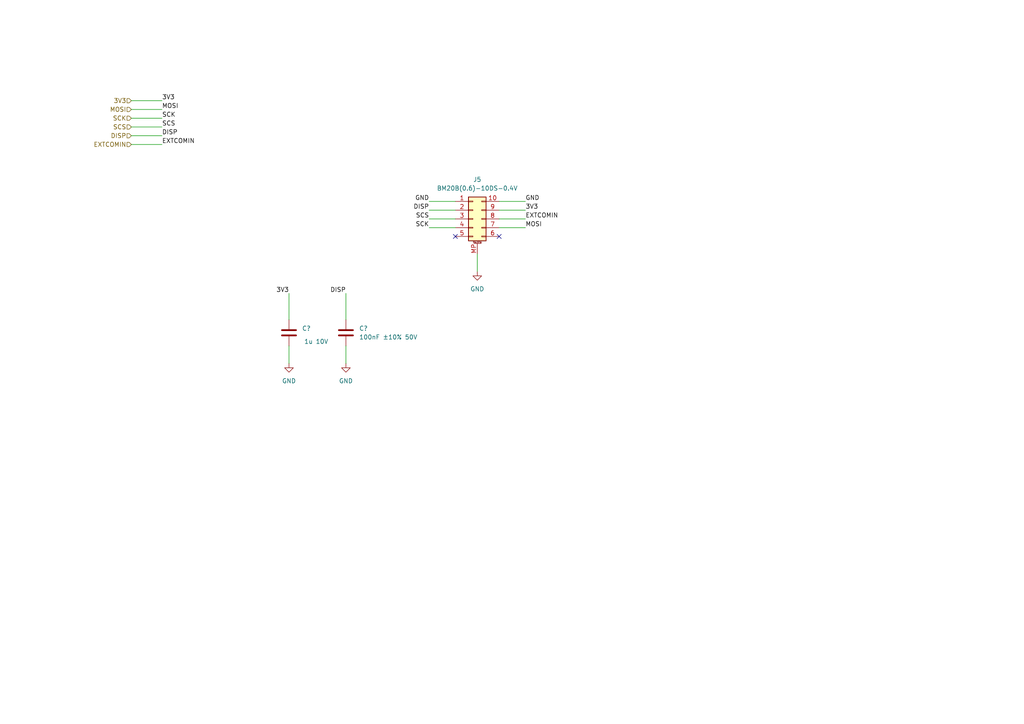
<source format=kicad_sch>
(kicad_sch (version 20230121) (generator eeschema)
  (paper "A4")
  (title_block (title "KiCad 2023 Asia Badge") (date "2023-10-07") (rev "2") (company "Beijing Exponential Deep Space") (comment 1 "Designed by Yang Hongbo"))
  (lib_symbols
    (symbol "Connector_Generic_MountingPin:Conn_02x05_Counter_Clockwise_MountingPin" (pin_names (offset 1.016) hide)
      (property "Reference" "J" (at 1.27 7.62 0))
      (property "Value" "Conn_02x05_Counter_Clockwise_MountingPin" (at 2.54 -7.62 0))
      (symbol "Conn_02x05_Counter_Clockwise_MountingPin_1_1"
        (rectangle (start -1.27 -4.953) (end 0 -5.207) (stroke (width 0.1524)))
        (rectangle (start -1.27 -2.413) (end 0 -2.667) (stroke (width 0.1524)))
        (rectangle (start -1.27 0.127) (end 0 -0.127) (stroke (width 0.1524)))
        (rectangle (start -1.27 2.667) (end 0 2.413) (stroke (width 0.1524)))
        (rectangle (start -1.27 5.207) (end 0 4.953) (stroke (width 0.1524)))
        (rectangle (start -1.27 6.35) (end 3.81 -6.35) (stroke (width 0.254)) (fill (type background)))
        (polyline (pts (xy 0.254 -7.112) (xy 2.286 -7.112)) (stroke (width 0.1524)))
        (rectangle (start 3.81 -4.953) (end 2.54 -5.207) (stroke (width 0.1524)))
        (rectangle (start 3.81 -2.413) (end 2.54 -2.667) (stroke (width 0.1524)))
        (rectangle (start 3.81 0.127) (end 2.54 -0.127) (stroke (width 0.1524)))
        (rectangle (start 3.81 2.667) (end 2.54 2.413) (stroke (width 0.1524)))
        (rectangle (start 3.81 5.207) (end 2.54 4.953) (stroke (width 0.1524)))
        (text "Mounting" (at 1.27 -6.731 0) (effects (font (size 0.381 0.381))))
        (pin passive line (at -5.08 5.08 0) (length 3.81) (name "Pin_1") (number "1"))
        (pin passive line (at 7.62 5.08 180) (length 3.81) (name "Pin_10") (number "10"))
        (pin passive line (at -5.08 2.54 0) (length 3.81) (name "Pin_2") (number "2"))
        (pin passive line (at -5.08 0 0) (length 3.81) (name "Pin_3") (number "3"))
        (pin passive line (at -5.08 -2.54 0) (length 3.81) (name "Pin_4") (number "4"))
        (pin passive line (at -5.08 -5.08 0) (length 3.81) (name "Pin_5") (number "5"))
        (pin passive line (at 7.62 -5.08 180) (length 3.81) (name "Pin_6") (number "6"))
        (pin passive line (at 7.62 -2.54 180) (length 3.81) (name "Pin_7") (number "7"))
        (pin passive line (at 7.62 0 180) (length 3.81) (name "Pin_8") (number "8"))
        (pin passive line (at 7.62 2.54 180) (length 3.81) (name "Pin_9") (number "9"))
        (pin passive line (at 1.27 -10.16 90) (length 3.048) (name "MountPin") (number "MP"))
      )
    )
    (symbol "Device:C" (pin_numbers hide) (pin_names (offset 0.254))
      (property "Reference" "C" (at 0.635 2.54 0))
      (property "Value" "C" (at 0.635 -2.54 0))
      (symbol "C_0_1"
        (polyline (pts (xy -2.032 -0.762) (xy 2.032 -0.762)) (stroke (width 0.508)))
        (polyline (pts (xy -2.032 0.762) (xy 2.032 0.762)) (stroke (width 0.508)))
      )
      (symbol "C_1_1"
        (pin passive line (at 0 3.81 270) (length 2.794) (name "~") (number "1"))
        (pin passive line (at 0 -3.81 90) (length 2.794) (name "~") (number "2"))
      )
    )
    (symbol "power:GND" (power) (pin_names (offset 0))
      (property "Value" "GND" (at 0 -3.81 0))
      (symbol "GND_0_1"
        (polyline (pts (xy 0 0) (xy 0 -1.27) (xy 1.27 -1.27) (xy 0 -2.54) (xy -1.27 -1.27) (xy 0 -1.27)))
      )
      (symbol "GND_1_1"
        (pin power_in line (at 0 0 270) (length 0) hide (name "GND") (number "1"))
      )
    )
  )
  (no_connect (at 132.08 68.58))
  (no_connect (at 144.78 68.58))
  (wire (pts (xy 38.1 39.37) (xy 46.99 39.37)))
  (wire (pts (xy 124.46 63.5) (xy 132.08 63.5)))
  (wire (pts (xy 38.1 34.29) (xy 46.99 34.29)))
  (wire (pts (xy 100.33 100.33) (xy 100.33 105.41)))
  (wire (pts (xy 124.46 58.42) (xy 132.08 58.42)))
  (wire (pts (xy 144.78 58.42) (xy 152.4 58.42)))
  (wire (pts (xy 124.46 60.96) (xy 132.08 60.96)))
  (wire (pts (xy 144.78 60.96) (xy 152.4 60.96)))
  (wire (pts (xy 144.78 66.04) (xy 152.4 66.04)))
  (wire (pts (xy 38.1 36.83) (xy 46.99 36.83)))
  (wire (pts (xy 83.82 100.33) (xy 83.82 105.41)))
  (wire (pts (xy 38.1 41.91) (xy 46.99 41.91)))
  (wire (pts (xy 138.43 73.66) (xy 138.43 78.74)))
  (wire (pts (xy 38.1 31.75) (xy 46.99 31.75)))
  (wire (pts (xy 38.1 29.21) (xy 46.99 29.21)))
  (wire (pts (xy 100.33 85.09) (xy 100.33 92.71)))
  (wire (pts (xy 83.82 85.09) (xy 83.82 92.71)))
  (wire (pts (xy 144.78 63.5) (xy 152.4 63.5)))
  (wire (pts (xy 124.46 66.04) (xy 132.08 66.04)))
  (label "SCS" (at 124.46 63.5 180))
  (label "DISP" (at 46.99 39.37 0))
  (label "GND" (at 124.46 58.42 180))
  (label "3V3" (at 46.99 29.21 0))
  (label "EXTCOMIN" (at 152.4 63.5 0))
  (label "SCK" (at 46.99 34.29 0))
  (label "DISP" (at 100.33 85.09 180))
  (label "MOSI" (at 46.99 31.75 0))
  (label "GND" (at 152.4 58.42 0))
  (label "SCS" (at 46.99 36.83 0))
  (label "3V3" (at 83.82 85.09 180))
  (label "EXTCOMIN" (at 46.99 41.91 0))
  (label "DISP" (at 124.46 60.96 180))
  (label "SCK" (at 124.46 66.04 180))
  (label "MOSI" (at 152.4 66.04 0))
  (label "3V3" (at 152.4 60.96 0))
  (hierarchical_label "SCS" (shape input) (at 38.1 36.83 180))
  (hierarchical_label "DISP" (shape input) (at 38.1 39.37 180))
  (hierarchical_label "SCK" (shape input) (at 38.1 34.29 180))
  (hierarchical_label "EXTCOMIN" (shape input) (at 38.1 41.91 180))
  (hierarchical_label "3V3" (shape input) (at 38.1 29.21 180))
  (hierarchical_label "MOSI" (shape input) (at 38.1 31.75 180))
  (symbol (lib_id "power:GND") (at 83.82 105.41 0) (unit 1)
    (property "Reference" "#PWR0303" (effects hide))
    (property "Value" "GND" (at 83.82 110.49 0))
    (instances (project "DisplayConverterTesterBoard" (path "" (reference "#PWR0303") (unit 1))) (project "KiConSZ2023" (path "" (reference "#PWR018") (unit 1))))
  )
  (symbol (lib_id "power:GND") (at 138.43 78.74 0) (unit 1)
    (property "Reference" "#PWR0301" (effects hide))
    (property "Value" "GND" (at 138.43 83.82 0))
    (instances (project "DisplayConverterTesterBoard" (path "" (reference "#PWR0301") (unit 1))) (project "KiConSZ2023" (path "" (reference "#PWR020") (unit 1))))
  )
  (symbol (lib_id "Device:C") (at 100.33 96.52 0) (unit 1)
    (property "Reference" "C?" (at 104.14 95.25 0) (effects (justify left)))
    (property "Value" "100nF ±10% 50V" (at 104.14 97.79 0) (effects (justify left)))
    (property "Footprint" "Capacitor_SMD:C_0805_2012Metric_Pad1.18x1.45mm_HandSolder" (effects hide))
    (property "Description" "容值: 100nF 精度: ±5% 额定电压: 100V 材质(温度系数): X7R " (effects hide))
    (property "LCSC" "C49678" (effects hide))
    (property "Vendor" "YAGEO(国巨)" (effects hide))
    (property "Vendor Model" "CC0805KRX7R9BB104" (effects hide))
    (instances (project "DisplayConverterTesterBoard" (path "" (reference "C?") (unit 1)) (path "" (reference "C9") (unit 1))) (project "KiConSZ2023" (path "" (reference "C17") (unit 1))))
  )
  (symbol (lib_id "Device:C") (at 83.82 96.52 0) (mirror y) (unit 1)
    (property "Reference" "C?" (at 90.17 95.25 0) (effects (justify left)))
    (property "Value" "1u 10V" (at 95.25 99.06 0) (effects (justify left)))
    (property "Footprint" "Resistor_SMD:R_0805_2012Metric_Pad1.20x1.40mm_HandSolder" (effects hide))
    (property "Description" "容值: 1uF 精度: ±10% 额定电压: 50V 材质(温度系数): X7R 材质:X7R" (effects hide))
    (property "LCSC" "C28323" (effects hide))
    (property "Vendor" "SAMSUNG(三星)" (effects hide))
    (property "Vendor Model" "CL21B105KBFNNNE" (effects hide))
    (instances (project "DisplayConverterTesterBoard" (path "" (reference "C?") (unit 1)) (path "" (reference "C8") (unit 1))) (project "KiConSZ2023" (path "" (reference "C16") (unit 1))))
  )
  (symbol (lib_id "Connector_Generic_MountingPin:Conn_02x05_Counter_Clockwise_MountingPin") (at 137.16 63.5 0) (unit 1)
    (property "Reference" "J5" (at 138.43 52.07 0))
    (property "Value" "BM20B(0.6)-10DS-0.4V" (at 138.43 54.61 0))
    (property "Footprint" "IotPi_Connector_Hirose:BM20B(x)-10DS-0.4V" (effects hide))
    (property "Datasheet" "https://www.hirose.com/en/product/document?clcode=CL0684-9008-4-51&productname=BM20B(0.8)-10DS-0.4V(51)&series=BM20&documenttype=Catalog&lang=en&documentid=D47513_en" (effects hide))
    (property "Description" "间距: 0.4mm PIN总数: 10 行数: 2 公母: 母 安装方式: 立贴 额定电流: 300mA 触头镀层: 金 工作温度范围: " (effects hide))
    (property "LCSC" "C424532" (effects hide))
    (property "Vendor" "HRS(广濑)" (effects hide))
    (property "Vendor Model" "BM20B(0.8)-10DS-0.4V" (effects hide))
    (instances (project "DisplayConverterTesterBoard" (path "" (reference "J5") (unit 1))) (project "KiConSZ2023" (path "" (reference "J6") (unit 1))))
  )
  (symbol (lib_id "power:GND") (at 100.33 105.41 0) (unit 1)
    (property "Reference" "#PWR0302" (effects hide))
    (property "Value" "GND" (at 100.33 110.49 0))
    (instances (project "DisplayConverterTesterBoard" (path "" (reference "#PWR0302") (unit 1))) (project "KiConSZ2023" (path "" (reference "#PWR019") (unit 1))))
  )
)
</source>
